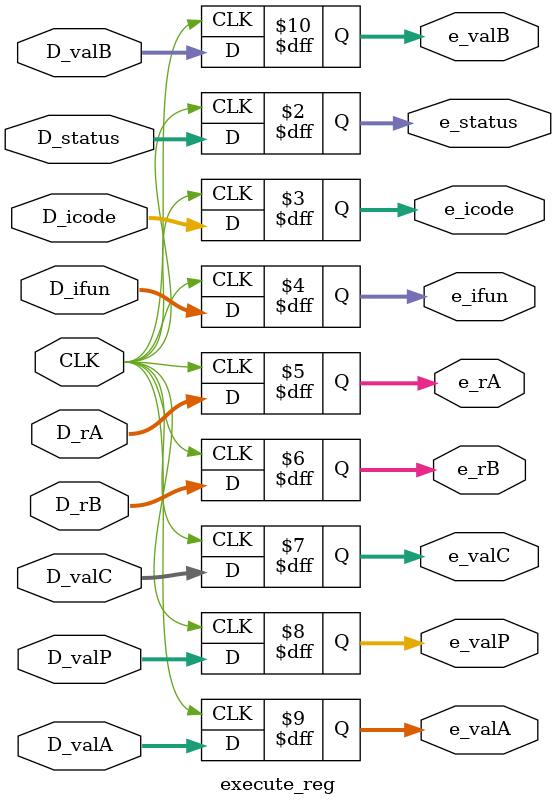
<source format=v>
`timescale 1ns / 1ps
module execute_reg( input CLK, input [2:0] D_status, input [3:0] D_icode, input [3:0] D_ifun, input [3:0] D_rA, input [3:0] D_rB, input [63:0] D_valC, input [63:0] D_valP, input [63:0] D_valA, input [63:0] D_valB, output reg [2:0]  e_status, output reg [3:0]  e_icode, output reg [3:0]  e_ifun, output reg [3:0]  e_rA, output reg [3:0]  e_rB, output reg [63:0] e_valC, output reg [63:0] e_valP, output reg [63:0] e_valA, output reg [63:0] e_valB);

always@(posedge CLK)
begin
e_icode <= D_icode;
e_rB <= D_rB;
e_valA <= D_valA;
e_ifun <= D_ifun;
e_valB <= D_valB;
e_valC <= D_valC;
e_status <= D_status;
e_valP <= D_valP;
e_rA <= D_rA;

end
endmodule

</source>
